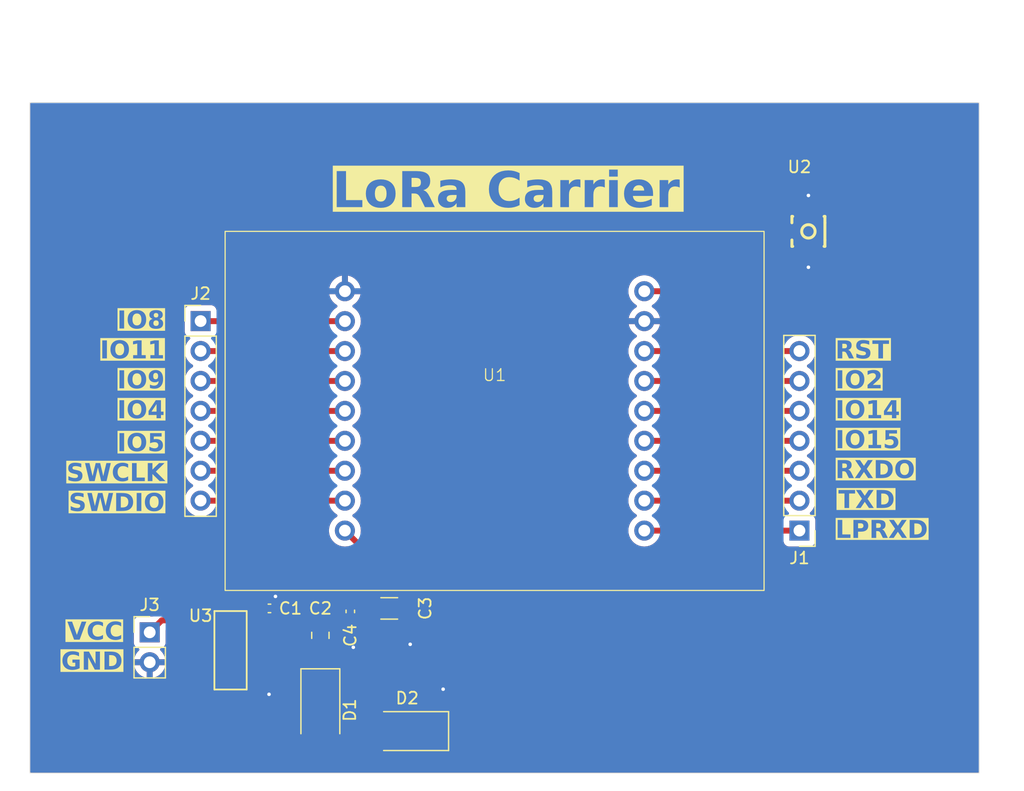
<source format=kicad_pcb>
(kicad_pcb (version 20221018) (generator pcbnew)
  (layers (0 "F.Cu" signal) (1 "In1.Cu" signal) (2 "In2.Cu" signal) (31 "B.Cu" signal) (34 "B.Paste" user) (35 "F.Paste" user) (36 "B.SilkS" user "B.Silkscreen") (37 "F.SilkS" user "F.Silkscreen") (38 "B.Mask" user) (39 "F.Mask" user) (44 "Edge.Cuts" user))
  (net 0 "")
  (net 1 "VCC")
  (net 2 "GND")
  (net 3 "+3.3V")
  (net 4 "Net-(D1-A)")
  (net 5 "Net-(J1-Pin_1)")
  (net 6 "Net-(J1-Pin_2)")
  (net 7 "Net-(J1-Pin_3)")
  (net 8 "Net-(J1-Pin_4)")
  (net 9 "Net-(J1-Pin_5)")
  (net 10 "Net-(J1-Pin_6)")
  (net 11 "Net-(J1-Pin_7)")
  (net 12 "Net-(J2-Pin_1)")
  (net 13 "Net-(J2-Pin_2)")
  (net 14 "Net-(J2-Pin_3)")
  (net 15 "Net-(J2-Pin_4)")
  (net 16 "Net-(J2-Pin_5)")
  (net 17 "Net-(J2-Pin_6)")
  (net 18 "Net-(J2-Pin_7)")
  (net 19 "Net-(U1-ANT)")
  (footprint "Capacitor_SMD:C_0805_2012Metric" (layer "F.Cu") (at 147.32 102.87 90)
    (fp_text reference "C2" (at 2.286 0 180) (layer "F.SilkS"))
    (fp_text value "22uF")
    (fp_line (start -0.261252 -0.735) (end 0.261252 -0.735) (stroke (width 0.12)) (layer "F.SilkS"))
    (fp_line (start -0.261252 0.735) (end 0.261252 0.735) (stroke (width 0.12)) (layer "F.SilkS"))
    (pad "1" smd roundrect (at -0.95 0 90) (size 1 1.45) (layers "F.Cu" "F.Paste" "F.Mask") (net 3 "+3.3V"))
    (pad "2" smd roundrect (at 0.95 0 90) (size 1 1.45) (layers "F.Cu" "F.Paste" "F.Mask") (net 2 "GND"))
  )
  (footprint "Connector_PinHeader_2.54mm:PinHeader_1x07_P2.54mm_Vertical" (layer "F.Cu") (at 187.96 93.98 180)
    (fp_text reference "J1" (at 0 -2.33) (layer "F.SilkS"))
    (fp_text value "Conn_01x07_Pin")
    (fp_line (start -1.33 -1.33) (end 0 -1.33) (stroke (width 0.12)) (layer "F.SilkS"))
    (fp_line (start -1.33 0) (end -1.33 -1.33) (stroke (width 0.12)) (layer "F.SilkS"))
    (fp_line (start -1.33 1.27) (end -1.33 16.57) (stroke (width 0.12)) (layer "F.SilkS"))
    (fp_line (start -1.33 1.27) (end 1.33 1.27) (stroke (width 0.12)) (layer "F.SilkS"))
    (fp_line (start -1.33 16.57) (end 1.33 16.57) (stroke (width 0.12)) (layer "F.SilkS"))
    (fp_line (start 1.33 1.27) (end 1.33 16.57) (stroke (width 0.12)) (layer "F.SilkS"))
    (pad "1" thru_hole rect (at 0 0 180) (size 1.7 1.7) (drill 1) (layers "*.Cu" "*.Mask") (net 5 "Net-(J1-Pin_1)"))
    (pad "2" thru_hole oval (at 0 2.54 180) (size 1.7 1.7) (drill 1) (layers "*.Cu" "*.Mask") (net 6 "Net-(J1-Pin_2)"))
    (pad "3" thru_hole oval (at 0 5.08 180) (size 1.7 1.7) (drill 1) (layers "*.Cu" "*.Mask") (net 7 "Net-(J1-Pin_3)"))
    (pad "4" thru_hole oval (at 0 7.62 180) (size 1.7 1.7) (drill 1) (layers "*.Cu" "*.Mask") (net 8 "Net-(J1-Pin_4)"))
    (pad "5" thru_hole oval (at 0 10.16 180) (size 1.7 1.7) (drill 1) (layers "*.Cu" "*.Mask") (net 9 "Net-(J1-Pin_5)"))
    (pad "6" thru_hole oval (at 0 12.7 180) (size 1.7 1.7) (drill 1) (layers "*.Cu" "*.Mask") (net 10 "Net-(J1-Pin_6)"))
    (pad "7" thru_hole oval (at 0 15.24 180) (size 1.7 1.7) (drill 1) (layers "*.Cu" "*.Mask") (net 11 "Net-(J1-Pin_7)"))
  )
  (footprint "PARTS:RA_08H-BREAKOUT" (layer "F.Cu") (at 162.1 81.28)
    (fp_text reference "U1" (at 0 -0.5 unlocked) (layer "F.SilkS") (effects (font (thickness 0.1))))
    (fp_text value "RA-08H(915)")
    (fp_rect (start -22.86 -12.7) (end 22.86 17.78) (stroke (width 0.1)) (fill none) (layer "F.SilkS"))
    (pad "1" thru_hole oval (at -12.7 -7.62 180) (size 1.7 1.7) (drill 1) (layers "*.Cu" "*.Mask") (net 2 "GND"))
    (pad "2" thru_hole oval (at -12.7 -5.08 180) (size 1.7 1.7) (drill 1) (layers "*.Cu" "*.Mask") (net 12 "Net-(J2-Pin_1)"))
    (pad "3" thru_hole oval (at -12.7 -2.54 180) (size 1.7 1.7) (drill 1) (layers "*.Cu" "*.Mask") (net 13 "Net-(J2-Pin_2)"))
    (pad "4" thru_hole oval (at -12.7 0 180) (size 1.7 1.7) (drill 1) (layers "*.Cu" "*.Mask") (net 14 "Net-(J2-Pin_3)"))
    (pad "5" thru_hole oval (at -12.7 2.54 180) (size 1.7 1.7) (drill 1) (layers "*.Cu" "*.Mask") (net 15 "Net-(J2-Pin_4)"))
    (pad "6" thru_hole oval (at -12.7 5.08 180) (size 1.7 1.7) (drill 1) (layers "*.Cu" "*.Mask") (net 16 "Net-(J2-Pin_5)"))
    (pad "7" thru_hole oval (at -12.7 7.62 270) (size 1.7 1.7) (drill 1) (layers "*.Cu" "*.Mask") (net 17 "Net-(J2-Pin_6)"))
    (pad "8" thru_hole oval (at -12.7 10.16 180) (size 1.7 1.7) (drill 1) (layers "*.Cu" "*.Mask") (net 18 "Net-(J2-Pin_7)"))
    (pad "9" thru_hole oval (at -12.7 12.7 180) (size 1.7 1.7) (drill 1) (layers "*.Cu" "*.Mask") (net 3 "+3.3V"))
    (pad "10" thru_hole oval (at 12.7 12.7 180) (size 1.7 1.7) (drill 1) (layers "*.Cu" "*.Mask") (net 5 "Net-(J1-Pin_1)"))
    (pad "11" thru_hole oval (at 12.7 10.16 180) (size 1.7 1.7) (drill 1) (layers "*.Cu" "*.Mask") (net 6 "Net-(J1-Pin_2)"))
    (pad "12" thru_hole oval (at 12.7 7.62 180) (size 1.7 1.7) (drill 1) (layers "*.Cu" "*.Mask") (net 7 "Net-(J1-Pin_3)"))
    (pad "13" thru_hole oval (at 12.7 5.08 180) (size 1.7 1.7) (drill 1) (layers "*.Cu" "*.Mask") (net 8 "Net-(J1-Pin_4)"))
    (pad "14" thru_hole oval (at 12.7 2.54 180) (size 1.7 1.7) (drill 1) (layers "*.Cu" "*.Mask") (net 9 "Net-(J1-Pin_5)"))
    (pad "15" thru_hole oval (at 12.7 0 180) (size 1.7 1.7) (drill 1) (layers "*.Cu" "*.Mask") (net 10 "Net-(J1-Pin_6)"))
    (pad "16" thru_hole oval (at 12.7 -2.54 180) (size 1.7 1.7) (drill 1) (layers "*.Cu" "*.Mask") (net 11 "Net-(J1-Pin_7)"))
    (pad "17" thru_hole oval (at 12.7 -5.08 180) (size 1.7 1.7) (drill 1) (layers "*.Cu" "*.Mask") (net 2 "GND"))
    (pad "18" thru_hole oval (at 12.7 -7.62 180) (size 1.7 1.7) (drill 1) (layers "*.Cu" "*.Mask") (net 19 "Net-(U1-ANT)"))
  )
  (footprint "Diode_SMD:D_SMA" (layer "F.Cu") (at 154.686 110.998 180)
    (fp_text reference "D2" (at 0 2.794) (layer "F.SilkS"))
    (fp_text value "D_Schottky")
    (fp_line (start -3.51 -1.65) (end -3.51 1.65) (stroke (width 0.12)) (layer "F.SilkS"))
    (fp_line (start -3.51 -1.65) (end 2 -1.65) (stroke (width 0.12)) (layer "F.SilkS"))
    (fp_line (start -3.51 1.65) (end 2 1.65) (stroke (width 0.12)) (layer "F.SilkS"))
    (pad "1" smd roundrect (at -2 0 180) (size 2.5 1.8) (layers "F.Cu" "F.Paste" "F.Mask") (roundrect_rratio 0.1388888889) (net 2 "GND"))
    (pad "2" smd roundrect (at 2 0 180) (size 2.5 1.8) (layers "F.Cu" "F.Paste" "F.Mask") (roundrect_rratio 0.1388888889) (net 4 "Net-(D1-A)"))
  )
  (footprint "Diode_SMD:D_SMA" (layer "F.Cu") (at 147.32 109.22 -90)
    (fp_text reference "D1" (at 0 -2.5 90) (layer "F.SilkS"))
    (fp_text value "D_Schottky")
    (fp_line (start -3.51 -1.65) (end -3.51 1.65) (stroke (width 0.12)) (layer "F.SilkS"))
    (fp_line (start -3.51 -1.65) (end 2 -1.65) (stroke (width 0.12)) (layer "F.SilkS"))
    (fp_line (start -3.51 1.65) (end 2 1.65) (stroke (width 0.12)) (layer "F.SilkS"))
    (pad "1" smd roundrect (at -2 0 270) (size 2.5 1.8) (layers "F.Cu" "F.Paste" "F.Mask") (roundrect_rratio 0.1388888889) (net 3 "+3.3V"))
    (pad "2" smd roundrect (at 2 0 270) (size 2.5 1.8) (layers "F.Cu" "F.Paste" "F.Mask") (roundrect_rratio 0.1388888889) (net 4 "Net-(D1-A)"))
  )
  (footprint "Capacitor_SMD:C_0402_1005Metric" (layer "F.Cu") (at 149.86 100.838 -90)
    (fp_text reference "C4" (at 2.032 0 90) (layer "F.SilkS"))
    (fp_text value "10uF")
    (fp_line (start -0.107836 -0.36) (end 0.107836 -0.36) (stroke (width 0.12)) (layer "F.SilkS"))
    (fp_line (start -0.107836 0.36) (end 0.107836 0.36) (stroke (width 0.12)) (layer "F.SilkS"))
    (pad "1" smd roundrect (at -0.48 0 270) (size 0.56 0.62) (layers "F.Cu" "F.Paste" "F.Mask") (net 3 "+3.3V"))
    (pad "2" smd roundrect (at 0.48 0 270) (size 0.56 0.62) (layers "F.Cu" "F.Paste" "F.Mask") (net 2 "GND"))
  )
  (footprint "Connector_PinHeader_2.54mm:PinHeader_1x02_P2.54mm_Vertical" (layer "F.Cu") (at 132.842 102.616)
    (fp_text reference "J3" (at 0 -2.33) (layer "F.SilkS"))
    (fp_text value "Conn_01x02_Pin")
    (fp_line (start -1.33 -1.33) (end 0 -1.33) (stroke (width 0.12)) (layer "F.SilkS"))
    (fp_line (start -1.33 0) (end -1.33 -1.33) (stroke (width 0.12)) (layer "F.SilkS"))
    (fp_line (start -1.33 1.27) (end -1.33 3.87) (stroke (width 0.12)) (layer "F.SilkS"))
    (fp_line (start -1.33 1.27) (end 1.33 1.27) (stroke (width 0.12)) (layer "F.SilkS"))
    (fp_line (start -1.33 3.87) (end 1.33 3.87) (stroke (width 0.12)) (layer "F.SilkS"))
    (fp_line (start 1.33 1.27) (end 1.33 3.87) (stroke (width 0.12)) (layer "F.SilkS"))
    (pad "1" thru_hole rect (at 0 0) (size 1.7 1.7) (drill 1) (layers "*.Cu" "*.Mask") (net 1 "VCC"))
    (pad "2" thru_hole oval (at 0 2.54) (size 1.7 1.7) (drill 1) (layers "*.Cu" "*.Mask") (net 2 "GND"))
  )
  (footprint "PARTS:IPEX-SMD_BWIPX-1-001E" (layer "F.Cu") (at 187.96 68.58)
    (fp_text reference "U2" (at 0 -5.47) (layer "F.SilkS"))
    (fp_text value "BWU.FL-IPEX1")
    (fp_line (start -0.64 -1.27) (end -0.64 -0.73) (stroke (width 0.25)) (layer "F.SilkS"))
    (fp_line (start -0.64 0.73) (end -0.64 1.27) (stroke (width 0.25)) (layer "F.SilkS"))
    (fp_line (start -0.64 1.27) (end -0.57 1.27) (stroke (width 0.25)) (layer "F.SilkS"))
    (fp_line (start -0.57 -1.27) (end -0.64 -1.27) (stroke (width 0.25)) (layer "F.SilkS"))
    (fp_line (start 2.09 1.27) (end 2.16 1.27) (stroke (width 0.25)) (layer "F.SilkS"))
    (fp_line (start 2.16 -1.27) (end 2.09 -1.27) (stroke (width 0.25)) (layer "F.SilkS"))
    (fp_line (start 2.16 -0.73) (end 2.16 -1.27) (stroke (width 0.25)) (layer "F.SilkS"))
    (fp_line (start 2.16 -0.73) (end 2.16 0.73) (stroke (width 0.25)) (layer "F.SilkS"))
    (fp_line (start 2.16 1.27) (end 2.16 0.73) (stroke (width 0.25)) (layer "F.SilkS"))
    (fp_circle (center 0.76 0) (end 1.33 0) (stroke (width 0.25)) (fill none) (layer "F.SilkS"))
    (pad "1" smd rect (at -0.76 0 180) (size 1.05 1) (layers "F.Cu" "F.Paste" "F.Mask") (net 19 "Net-(U1-ANT)"))
    (pad "2" smd rect (at 0.76 1.47 180) (size 2.2 1.05) (layers "F.Cu" "F.Paste" "F.Mask") (net 2 "GND"))
    (pad "3" smd rect (at 0.76 -1.47 180) (size 2.2 1.05) (layers "F.Cu" "F.Paste" "F.Mask") (net 2 "GND"))
  )
  (footprint "Capacitor_SMD:C_0402_1005Metric" (layer "F.Cu") (at 143.002 100.584)
    (fp_text reference "C1" (at 1.778 0) (layer "F.SilkS"))
    (fp_text value "10uF")
    (fp_line (start -0.107836 -0.36) (end 0.107836 -0.36) (stroke (width 0.12)) (layer "F.SilkS"))
    (fp_line (start -0.107836 0.36) (end 0.107836 0.36) (stroke (width 0.12)) (layer "F.SilkS"))
    (pad "1" smd roundrect (at -0.48 0) (size 0.56 0.62) (layers "F.Cu" "F.Paste" "F.Mask") (net 1 "VCC"))
    (pad "2" smd roundrect (at 0.48 0) (size 0.56 0.62) (layers "F.Cu" "F.Paste" "F.Mask") (net 2 "GND"))
  )
  (footprint "Connector_PinHeader_2.54mm:PinHeader_1x07_P2.54mm_Vertical" (layer "F.Cu") (at 137.16 76.195)
    (fp_text reference "J2" (at 0 -2.33) (layer "F.SilkS"))
    (fp_text value "Conn_01x07_Pin")
    (fp_line (start -1.33 -1.33) (end 0 -1.33) (stroke (width 0.12)) (layer "F.SilkS"))
    (fp_line (start -1.33 0) (end -1.33 -1.33) (stroke (width 0.12)) (layer "F.SilkS"))
    (fp_line (start -1.33 1.27) (end -1.33 16.57) (stroke (width 0.12)) (layer "F.SilkS"))
    (fp_line (start -1.33 1.27) (end 1.33 1.27) (stroke (width 0.12)) (layer "F.SilkS"))
    (fp_line (start -1.33 16.57) (end 1.33 16.57) (stroke (width 0.12)) (layer "F.SilkS"))
    (fp_line (start 1.33 1.27) (end 1.33 16.57) (stroke (width 0.12)) (layer "F.SilkS"))
    (pad "1" thru_hole rect (at 0 0) (size 1.7 1.7) (drill 1) (layers "*.Cu" "*.Mask") (net 12 "Net-(J2-Pin_1)"))
    (pad "2" thru_hole oval (at 0 2.54) (size 1.7 1.7) (drill 1) (layers "*.Cu" "*.Mask") (net 13 "Net-(J2-Pin_2)"))
    (pad "3" thru_hole oval (at 0 5.08) (size 1.7 1.7) (drill 1) (layers "*.Cu" "*.Mask") (net 14 "Net-(J2-Pin_3)"))
    (pad "4" thru_hole oval (at 0 7.62) (size 1.7 1.7) (drill 1) (layers "*.Cu" "*.Mask") (net 15 "Net-(J2-Pin_4)"))
    (pad "5" thru_hole oval (at 0 10.16) (size 1.7 1.7) (drill 1) (layers "*.Cu" "*.Mask") (net 16 "Net-(J2-Pin_5)"))
    (pad "6" thru_hole oval (at 0 12.7) (size 1.7 1.7) (drill 1) (layers "*.Cu" "*.Mask") (net 17 "Net-(J2-Pin_6)"))
    (pad "7" thru_hole oval (at 0 15.24) (size 1.7 1.7) (drill 1) (layers "*.Cu" "*.Mask") (net 18 "Net-(J2-Pin_7)"))
  )
  (footprint "PARTS:SOT-223-4_L6.5-W3.5-P2.30-LS7.0-BR" (layer "F.Cu") (at 139.7 104.14)
    (fp_text reference "U3" (at -2.54 -2.935) (layer "F.SilkS"))
    (fp_text value "AMS1117-3.3_C347222")
    (fp_line (start -1.37 -3.33) (end 1.37 -3.33) (stroke (width 0.15)) (layer "F.SilkS"))
    (fp_line (start -1.37 3.33) (end -1.37 -3.33) (stroke (width 0.15)) (layer "F.SilkS"))
    (fp_line (start 1.37 -3.33) (end 1.37 3.33) (stroke (width 0.15)) (layer "F.SilkS"))
    (fp_line (start 1.37 3.33) (end -1.37 3.33) (stroke (width 0.15)) (layer "F.SilkS"))
    (pad "1" smd rect (at 2.83 2.3) (size 2.47 0.98) (layers "F.Cu" "F.Paste" "F.Mask") (net 2 "GND"))
    (pad "2" smd rect (at 2.83 0) (size 2.47 0.98) (layers "F.Cu" "F.Paste" "F.Mask") (net 3 "+3.3V"))
    (pad "3" smd rect (at 2.83 -2.3) (size 2.47 0.98) (layers "F.Cu" "F.Paste" "F.Mask") (net 1 "VCC"))
    (pad "4" smd rect (at -2.83 0) (size 2.47 3.6) (layers "F.Cu" "F.Paste" "F.Mask"))
  )
  (footprint "Capacitor_SMD:C_1206_3216Metric" (layer "F.Cu") (at 153.162 100.584)
    (fp_text reference "C3" (at 3.048 0 90) (layer "F.SilkS"))
    (fp_text value "0.1uF")
    (fp_line (start -0.711252 -0.91) (end 0.711252 -0.91) (stroke (width 0.12)) (layer "F.SilkS"))
    (fp_line (start -0.711252 0.91) (end 0.711252 0.91) (stroke (width 0.12)) (layer "F.SilkS"))
    (pad "1" smd roundrect (at -1.475 0) (size 1.15 1.8) (layers "F.Cu" "F.Paste" "F.Mask") (roundrect_rratio 0.2173913043) (net 3 "+3.3V"))
    (pad "2" smd roundrect (at 1.475 0) (size 1.15 1.8) (layers "F.Cu" "F.Paste" "F.Mask") (roundrect_rratio 0.2173913043) (net 2 "GND"))
  )
  (gr_rect (start 122.682 57.658) (end 203.2 114.554) (stroke (width 0.05)) (fill none) (layer "Edge.Cuts"))
  (gr_text "LPRXD" (at 191.008 93.98) (layer "F.SilkS" knockout) (effects (font (size 1.5 1.5) (thickness 0.25) bold) (justify left)))
  (gr_text "SWCLK" (at 134.112 89.154) (layer "F.SilkS" knockout) (effects (font (size 1.5 1.5) (thickness 0.25) bold) (justify right)))
  (gr_text "TXD" (at 191.262 91.44) (layer "F.SilkS" knockout) (effects (font (size 1.5 1.5) (thickness 0.25) bold) (justify left)))
  (gr_text "SWDIO" (at 134.112 91.694) (layer "F.SilkS" knockout) (effects (font (size 1.5 1.5) (thickness 0.25) bold) (justify right)))
  (gr_text "GND" (at 130.556 105.156) (layer "F.SilkS" knockout) (effects (font (size 1.5 1.5) (thickness 0.25) bold) (justify right)))
  (gr_text "VCC" (at 130.556 102.616) (layer "F.SilkS" knockout) (effects (font (size 1.5 1.5) (thickness 0.25) bold) (justify right)))
  (gr_text "RST" (at 191.008 78.74) (layer "F.SilkS" knockout) (effects (font (size 1.5 1.5) (thickness 0.25) bold) (justify left)))
  (gr_text "IO11" (at 134.112 78.74) (layer "F.SilkS" knockout) (effects (font (size 1.5 1.5) (thickness 0.25) bold) (justify right)))
  (gr_text "IO8" (at 134.112 76.2) (layer "F.SilkS" knockout) (effects (font (size 1.5 1.5) (thickness 0.25) bold) (justify right)))
  (gr_text "IO4" (at 134.112 83.82) (layer "F.SilkS" knockout) (effects (font (size 1.5 1.5) (thickness 0.25) bold) (justify right)))
  (gr_text "LoRa Carrier" (at 163.068 65.278) (layer "F.SilkS" knockout) (effects (font (size 3 3) (thickness 0.3) bold)))
  (gr_text "IO5" (at 134.112 86.614) (layer "F.SilkS" knockout) (effects (font (size 1.5 1.5) (thickness 0.25) bold) (justify right)))
  (gr_text "IO2" (at 191.008 81.28) (layer "F.SilkS" knockout) (effects (font (size 1.5 1.5) (thickness 0.25) bold) (justify left)))
  (gr_text "IO15" (at 191.008 86.36) (layer "F.SilkS" knockout) (effects (font (size 1.5 1.5) (thickness 0.25) bold) (justify left)))
  (gr_text "RXDO" (at 191.008 88.9) (layer "F.SilkS" knockout) (effects (font (size 1.5 1.5) (thickness 0.25) bold) (justify left)))
  (gr_text "IO9" (at 134.112 81.28) (layer "F.SilkS" knockout) (effects (font (size 1.5 1.5) (thickness 0.25) bold) (justify right)))
  (gr_text "IO14" (at 191.008 83.82) (layer "F.SilkS" knockout) (effects (font (size 1.5 1.5) (thickness 0.25) bold) (justify left)))
  (segment (start 142.522 100.584) (end 142.522 101.832) (width 0.5) (layer "F.Cu") (net 1))
  (segment (start 142.29 101.6) (end 133.858 101.6) (width 0.5) (layer "F.Cu") (net 1))
  (segment (start 133.858 101.6) (end 132.842 102.616) (width 0.5) (layer "F.Cu") (net 1))
  (segment (start 142.522 101.832) (end 142.53 101.84) (width 0.5) (layer "F.Cu") (net 1))
  (segment (start 142.53 101.84) (end 142.29 101.6) (width 0.5) (layer "F.Cu") (net 1))
  (segment (start 188.72 67.11) (end 188.722 65.532) (width 0.5) (layer "F.Cu") (net 2))
  (segment (start 142.96423 107.87613) (end 142.96423 107.91223) (width 0.5) (layer "F.Cu") (net 2))
  (segment (start 143.482 99.596) (end 143.51 99.568) (width 0.5) (layer "F.Cu") (net 2))
  (segment (start 156.686 108.49) (end 157.734 107.442) (width 0.5) (layer "F.Cu") (net 2))
  (segment (start 148.148 101.92) (end 150.114 103.886) (width 0.5) (layer "F.Cu") (net 2))
  (segment (start 188.722 65.532) (end 188.72 65.534) (width 0.5) (layer "F.Cu") (net 2))
  (segment (start 156.686 110.998) (end 156.686 108.49) (width 0.5) (layer "F.Cu") (net 2))
  (segment (start 142.92813 107.87613) (end 142.96423 107.87613) (width 0.5) (layer "F.Cu") (net 2))
  (segment (start 142.53 106.44) (end 142.53 107.478) (width 0.5) (layer "F.Cu") (net 2))
  (segment (start 154.637 100.584) (end 154.637 103.329) (width 0.5) (layer "F.Cu") (net 2))
  (segment (start 188.722 71.628) (end 188.72 71.626) (width 0.5) (layer "F.Cu") (net 2))
  (segment (start 142.96423 107.91223) (end 143.002 107.95) (width 0.5) (layer "F.Cu") (net 2))
  (segment (start 154.637 103.329) (end 154.94 103.632) (width 0.5) (layer "F.Cu") (net 2))
  (segment (start 188.72 70.05) (end 188.722 71.628) (width 0.5) (layer "F.Cu") (net 2))
  (segment (start 147.32 101.92) (end 148.148 101.92) (width 0.5) (layer "F.Cu") (net 2))
  (segment (start 142.53 107.478) (end 142.92813 107.87613) (width 0.5) (layer "F.Cu") (net 2))
  (segment (start 143.482 100.584) (end 143.482 99.596) (width 0.5) (layer "F.Cu") (net 2))
  (via (at 188.722 65.532) (size 0.45) (drill 0.3) (layers "F.Cu" "B.Cu") (net 2))
  (via (at 154.94 103.632) (size 0.45) (drill 0.3) (layers "F.Cu" "B.Cu") (net 2))
  (via (at 150.114 103.886) (size 0.45) (drill 0.3) (layers "F.Cu" "B.Cu") (net 2))
  (via (at 157.734 107.442) (size 0.45) (drill 0.3) (layers "F.Cu" "B.Cu") (net 2))
  (via (at 143.51 99.568) (size 0.45) (drill 0.3) (layers "F.Cu" "B.Cu") (net 2))
  (via (at 188.722 71.628) (size 0.45) (drill 0.3) (layers "F.Cu" "B.Cu") (net 2))
  (via (at 142.96423 107.87613) (size 0.45) (drill 0.3) (layers "F.Cu" "B.Cu") (net 2))
  (segment (start 151.461 100.358) (end 151.687 100.584) (width 0.5) (layer "F.Cu") (net 3))
  (segment (start 145.288 103.82) (end 142.85 103.82) (width 0.5) (layer "F.Cu") (net 3))
  (segment (start 151.687 100.584) (end 151.687 96.267) (width 0.5) (layer "F.Cu") (net 3))
  (segment (start 142.85 103.82) (end 142.53 104.14) (width 0.5) (layer "F.Cu") (net 3))
  (segment (start 145.288 103.82) (end 145.288 100.33) (width 0.5) (layer "F.Cu") (net 3))
  (segment (start 145.316 100.358) (end 149.86 100.358) (width 0.5) (layer "F.Cu") (net 3))
  (segment (start 147.32 103.82) (end 145.288 103.82) (width 0.5) (layer "F.Cu") (net 3))
  (segment (start 147.32 107.22) (end 147.32 103.82) (width 0.5) (layer "F.Cu") (net 3))
  (segment (start 145.288 100.33) (end 145.316 100.358) (width 0.5) (layer "F.Cu") (net 3))
  (segment (start 151.687 96.267) (end 149.4 93.98) (width 0.5) (layer "F.Cu") (net 3))
  (segment (start 149.86 100.358) (end 151.461 100.358) (width 0.5) (layer "F.Cu") (net 3))
  (segment (start 147.32 111.22) (end 152.464 111.22) (width 0.5) (layer "F.Cu") (net 4))
  (segment (start 152.464 111.22) (end 152.686 110.998) (width 0.5) (layer "F.Cu") (net 4))
  (segment (start 187.96 93.98) (end 174.8 93.98) (width 0.5) (layer "F.Cu") (net 5))
  (segment (start 187.96 91.44) (end 174.8 91.44) (width 0.5) (layer "F.Cu") (net 6))
  (segment (start 187.96 88.9) (end 174.8 88.9) (width 0.5) (layer "F.Cu") (net 7))
  (segment (start 187.96 86.36) (end 174.8 86.36) (width 0.5) (layer "F.Cu") (net 8))
  (segment (start 187.96 83.82) (end 174.8 83.82) (width 0.5) (layer "F.Cu") (net 9))
  (segment (start 187.96 81.28) (end 174.8 81.28) (width 0.5) (layer "F.Cu") (net 10))
  (segment (start 187.96 78.74) (end 174.8 78.74) (width 0.5) (layer "F.Cu") (net 11))
  (segment (start 149.4 76.2) (end 137.165 76.2) (width 0.5) (layer "F.Cu") (net 12))
  (segment (start 137.165 76.2) (end 137.16 76.195) (width 0.5) (layer "F.Cu") (net 12))
  (segment (start 137.165 78.74) (end 137.16 78.735) (width 0.5) (layer "F.Cu") (net 13))
  (segment (start 149.4 78.74) (end 137.165 78.74) (width 0.5) (layer "F.Cu") (net 13))
  (segment (start 149.4 81.28) (end 137.165 81.28) (width 0.5) (layer "F.Cu") (net 14))
  (segment (start 137.165 81.28) (end 137.16 81.275) (width 0.5) (layer "F.Cu") (net 14))
  (segment (start 137.165 83.82) (end 137.16 83.815) (width 0.5) (layer "F.Cu") (net 15))
  (segment (start 149.4 83.82) (end 137.165 83.82) (width 0.5) (layer "F.Cu") (net 15))
  (segment (start 149.4 86.36) (end 137.165 86.36) (width 0.5) (layer "F.Cu") (net 16))
  (segment (start 137.165 86.36) (end 137.16 86.355) (width 0.5) (layer "F.Cu") (net 16))
  (segment (start 149.4 88.9) (end 137.165 88.9) (width 0.5) (layer "F.Cu") (net 17))
  (segment (start 137.165 88.9) (end 137.16 88.895) (width 0.5) (layer "F.Cu") (net 17))
  (segment (start 149.4 91.44) (end 137.165 91.44) (width 0.5) (layer "F.Cu") (net 18))
  (segment (start 137.165 91.44) (end 137.16 91.435) (width 0.5) (layer "F.Cu") (net 18))
  (segment (start 174.8 73.66) (end 182.12 73.66) (width 0.5) (layer "F.Cu") (net 19))
  (segment (start 182.12 73.66) (end 187.2 68.58) (width 0.5) (layer "F.Cu") (net 19))
  (zone (net 2) (net_name "GND") (layers "F.Cu" "In1.Cu" "In2.Cu" "B.Cu") (connect_pads (clearance 0.5)) (min_thickness 0.25) (fill yes (thermal_gap 0.5) (thermal_bridge_width 0.5))
    (polygon (pts (xy 204.978 56.388) (xy 121.666 56.896) (xy 120.142 115.824) (xy 207.01 116.078)))
  )
)
</source>
